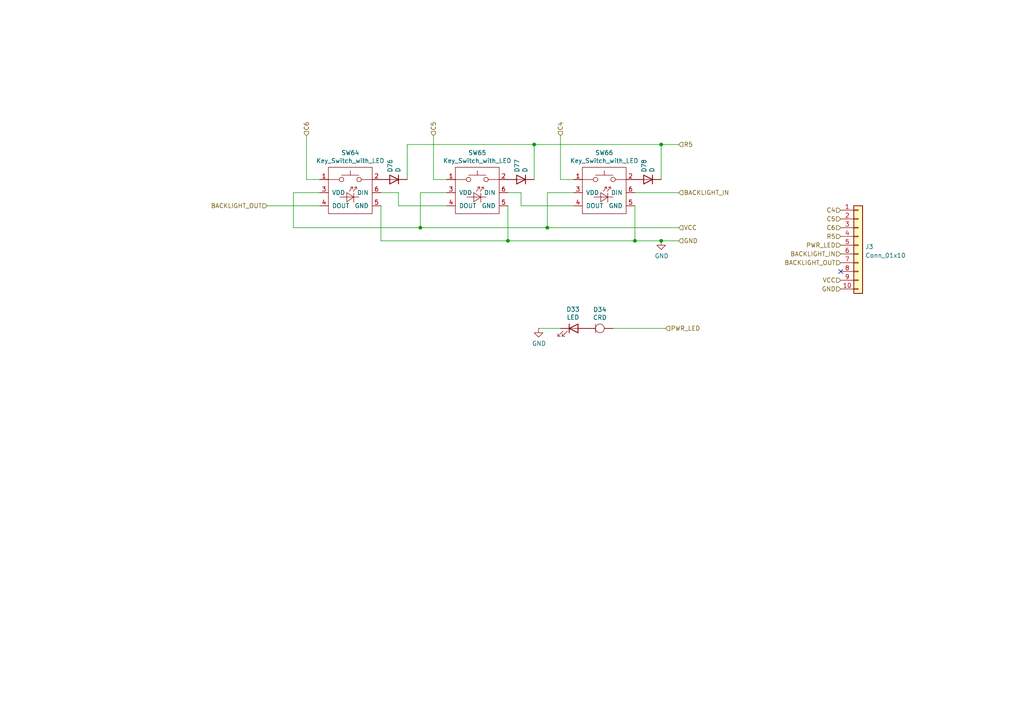
<source format=kicad_sch>
(kicad_sch (version 20211123) (generator eeschema)
  (paper "A4")
  (lib_symbols
    (symbol "Connector_Generic:Conn_01x10" (pin_names (offset 1.016) hide)
      (property "Reference" "J" (at 0 12.7 0))
      (property "Value" "Conn_01x10" (at 0 -15.24 0))
      (symbol "Conn_01x10_1_1"
        (rectangle (start -1.27 -12.573) (end 0 -12.827) (stroke (width 0.1524)))
        (rectangle (start -1.27 -10.033) (end 0 -10.287) (stroke (width 0.1524)))
        (rectangle (start -1.27 -7.493) (end 0 -7.747) (stroke (width 0.1524)))
        (rectangle (start -1.27 -4.953) (end 0 -5.207) (stroke (width 0.1524)))
        (rectangle (start -1.27 -2.413) (end 0 -2.667) (stroke (width 0.1524)))
        (rectangle (start -1.27 0.127) (end 0 -0.127) (stroke (width 0.1524)))
        (rectangle (start -1.27 2.667) (end 0 2.413) (stroke (width 0.1524)))
        (rectangle (start -1.27 5.207) (end 0 4.953) (stroke (width 0.1524)))
        (rectangle (start -1.27 7.747) (end 0 7.493) (stroke (width 0.1524)))
        (rectangle (start -1.27 10.287) (end 0 10.033) (stroke (width 0.1524)))
        (rectangle (start -1.27 11.43) (end 1.27 -13.97) (stroke (width 0.254)) (fill (type background)))
        (pin passive line (at -5.08 10.16 0) (length 3.81) (name "Pin_1") (number "1"))
        (pin passive line (at -5.08 -12.7 0) (length 3.81) (name "Pin_10") (number "10"))
        (pin passive line (at -5.08 7.62 0) (length 3.81) (name "Pin_2") (number "2"))
        (pin passive line (at -5.08 5.08 0) (length 3.81) (name "Pin_3") (number "3"))
        (pin passive line (at -5.08 2.54 0) (length 3.81) (name "Pin_4") (number "4"))
        (pin passive line (at -5.08 0 0) (length 3.81) (name "Pin_5") (number "5"))
        (pin passive line (at -5.08 -2.54 0) (length 3.81) (name "Pin_6") (number "6"))
        (pin passive line (at -5.08 -5.08 0) (length 3.81) (name "Pin_7") (number "7"))
        (pin passive line (at -5.08 -7.62 0) (length 3.81) (name "Pin_8") (number "8"))
        (pin passive line (at -5.08 -10.16 0) (length 3.81) (name "Pin_9") (number "9"))
      )
    )
    (symbol "Device:D" (pin_numbers hide) (pin_names (offset 1.016) hide)
      (property "Reference" "D" (at 0 2.54 0))
      (property "Value" "D" (at 0 -2.54 0))
      (symbol "D_0_1"
        (polyline (pts (xy -1.27 1.27) (xy -1.27 -1.27)) (stroke (width 0.254)))
        (polyline (pts (xy 1.27 0) (xy -1.27 0)))
        (polyline (pts (xy 1.27 1.27) (xy 1.27 -1.27) (xy -1.27 0) (xy 1.27 1.27)) (stroke (width 0.254)))
      )
      (symbol "D_1_1"
        (pin passive line (at -3.81 0 0) (length 2.54) (name "K") (number "1"))
        (pin passive line (at 3.81 0 180) (length 2.54) (name "A") (number "2"))
      )
    )
    (symbol "Device:LED" (pin_numbers hide) (pin_names (offset 1.016) hide)
      (property "Reference" "D" (at 0 2.54 0))
      (property "Value" "LED" (at 0 -2.54 0))
      (symbol "LED_0_1"
        (polyline (pts (xy -1.27 -1.27) (xy -1.27 1.27)) (stroke (width 0.254)))
        (polyline (pts (xy -1.27 0) (xy 1.27 0)))
        (polyline (pts (xy 1.27 -1.27) (xy 1.27 1.27) (xy -1.27 0) (xy 1.27 -1.27)) (stroke (width 0.254)))
        (polyline (pts (xy -3.048 -0.762) (xy -4.572 -2.286) (xy -3.81 -2.286) (xy -4.572 -2.286) (xy -4.572 -1.524)))
        (polyline (pts (xy -1.778 -0.762) (xy -3.302 -2.286) (xy -2.54 -2.286) (xy -3.302 -2.286) (xy -3.302 -1.524)))
      )
      (symbol "LED_1_1"
        (pin passive line (at -3.81 0 0) (length 2.54) (name "K") (number "1"))
        (pin passive line (at 3.81 0 180) (length 2.54) (name "A") (number "2"))
      )
    )
    (symbol "keyboard:CRD" (pin_names (offset 1.016))
      (property "Reference" "D" (at 0 5.08 0))
      (property "Value" "CRD" (at 0 2.54 0))
      (symbol "CRD_0_1"
        (polyline (pts (xy 1.27 1.27) (xy 1.27 -1.27)))
        (circle (center 0 0) (radius 1.27))
      )
      (symbol "CRD_1_1"
        (pin passive line (at 3.81 0 180) (length 2.54) (name "K") (number "1"))
        (pin passive line (at -3.81 0 0) (length 2.54) (name "A") (number "2"))
      )
    )
    (symbol "keyboard:Key_Switch_with_LED" (pin_names (offset 1.016))
      (property "Reference" "SW" (at 0 -11.557 0))
      (property "Value" "Key_Switch_with_LED" (at 0 5.08 0))
      (symbol "Key_Switch_with_LED_0_1"
        (rectangle (start -6.35 3.556) (end 6.35 -9.906))
        (circle (center -2.54 0) (radius 0.635))
        (polyline (pts (xy -6.35 0) (xy -3.175 0)))
        (polyline (pts (xy -2.54 1.27) (xy 2.54 1.27)))
        (polyline (pts (xy -0.254 -3.429) (xy 0.635 -2.159)))
        (polyline (pts (xy 0 -2.286) (xy 0.635 -2.159)))
        (polyline (pts (xy 0 2.54) (xy 0 1.27)))
        (polyline (pts (xy 0.635 -2.159) (xy 0.762 -2.794)))
        (polyline (pts (xy 1.016 -3.937) (xy 1.016 -6.604)))
        (polyline (pts (xy 2.54 -5.08) (xy -3.048 -5.08)))
        (polyline (pts (xy 6.35 0) (xy 3.175 0)))
        (polyline (pts (xy -1.016 -3.81) (xy -1.016 -6.477) (xy 1.016 -5.08) (xy -1.016 -3.81)))
        (circle (center 2.54 0) (radius 0.635))
      )
      (symbol "Key_Switch_with_LED_1_1"
        (polyline (pts (xy 0.889 -3.429) (xy 1.778 -2.159)))
        (polyline (pts (xy 1.143 -2.286) (xy 1.778 -2.159)))
        (polyline (pts (xy 1.778 -2.159) (xy 1.905 -2.794)))
        (pin bidirectional line (at -8.89 0 0) (length 2.54) (name "~") (number "1"))
        (pin bidirectional line (at 8.89 0 180) (length 2.54) (name "~") (number "2"))
        (pin power_in line (at -8.89 -3.81 0) (length 2.54) (name "VDD") (number "3"))
        (pin output line (at -8.89 -7.62 0) (length 2.54) (name "DOUT") (number "4"))
        (pin power_in line (at 8.89 -7.62 180) (length 2.54) (name "GND") (number "5"))
        (pin input line (at 8.89 -3.81 180) (length 2.54) (name "DIN") (number "6"))
      )
    )
    (symbol "power:GND" (power) (pin_names (offset 0))
      (property "Value" "GND" (at 0 -3.81 0))
      (symbol "GND_0_1"
        (polyline (pts (xy 0 0) (xy 0 -1.27) (xy 1.27 -1.27) (xy 0 -2.54) (xy -1.27 -1.27) (xy 0 -1.27)))
      )
      (symbol "GND_1_1"
        (pin power_in line (at 0 0 270) (length 0) hide (name "GND") (number "1"))
      )
    )
  )
  (junction (at 147.32 69.85))
  (junction (at 191.77 41.91))
  (junction (at 184.15 69.85))
  (junction (at 154.94 41.91))
  (junction (at 191.77 69.85))
  (junction (at 121.92 66.04))
  (junction (at 158.75 66.04))
  (no_connect (at 243.84 78.74))
  (wire (pts (xy 121.92 55.88) (xy 121.92 66.04)))
  (wire (pts (xy 147.32 69.85) (xy 184.15 69.85)))
  (wire (pts (xy 154.94 52.07) (xy 154.94 41.91)))
  (wire (pts (xy 162.56 39.37) (xy 162.56 52.07)))
  (wire (pts (xy 121.92 66.04) (xy 158.75 66.04)))
  (wire (pts (xy 147.32 55.88) (xy 151.13 55.88)))
  (wire (pts (xy 110.49 55.88) (xy 115.57 55.88)))
  (wire (pts (xy 110.49 59.69) (xy 110.49 69.85)))
  (wire (pts (xy 184.15 59.69) (xy 184.15 69.85)))
  (wire (pts (xy 158.75 55.88) (xy 158.75 66.04)))
  (wire (pts (xy 191.77 52.07) (xy 191.77 41.91)))
  (wire (pts (xy 77.47 59.69) (xy 92.71 59.69)))
  (wire (pts (xy 184.15 69.85) (xy 191.77 69.85)))
  (wire (pts (xy 158.75 66.04) (xy 196.85 66.04)))
  (wire (pts (xy 110.49 69.85) (xy 147.32 69.85)))
  (wire (pts (xy 92.71 55.88) (xy 85.09 55.88)))
  (wire (pts (xy 88.9 39.37) (xy 88.9 52.07)))
  (wire (pts (xy 115.57 55.88) (xy 115.57 59.69)))
  (wire (pts (xy 151.13 59.69) (xy 166.37 59.69)))
  (wire (pts (xy 85.09 66.04) (xy 121.92 66.04)))
  (wire (pts (xy 85.09 55.88) (xy 85.09 66.04)))
  (wire (pts (xy 151.13 55.88) (xy 151.13 59.69)))
  (wire (pts (xy 184.15 55.88) (xy 196.85 55.88)))
  (wire (pts (xy 129.54 55.88) (xy 121.92 55.88)))
  (wire (pts (xy 191.77 41.91) (xy 196.85 41.91)))
  (wire (pts (xy 177.8 95.25) (xy 193.04 95.25)))
  (wire (pts (xy 162.56 95.25) (xy 156.21 95.25)))
  (wire (pts (xy 166.37 55.88) (xy 158.75 55.88)))
  (wire (pts (xy 88.9 52.07) (xy 92.71 52.07)))
  (wire (pts (xy 162.56 52.07) (xy 166.37 52.07)))
  (wire (pts (xy 147.32 59.69) (xy 147.32 69.85)))
  (wire (pts (xy 125.73 39.37) (xy 125.73 52.07)))
  (wire (pts (xy 118.11 52.07) (xy 118.11 41.91)))
  (wire (pts (xy 154.94 41.91) (xy 191.77 41.91)))
  (wire (pts (xy 118.11 41.91) (xy 154.94 41.91)))
  (wire (pts (xy 191.77 69.85) (xy 196.85 69.85)))
  (wire (pts (xy 125.73 52.07) (xy 129.54 52.07)))
  (wire (pts (xy 115.57 59.69) (xy 129.54 59.69)))
  (hierarchical_label "PWR_LED" (shape input) (at 243.84 71.12 180))
  (hierarchical_label "C4" (shape input) (at 162.56 39.37 90))
  (hierarchical_label "R5" (shape input) (at 196.85 41.91 0))
  (hierarchical_label "VCC" (shape input) (at 196.85 66.04 0))
  (hierarchical_label "C6" (shape input) (at 243.84 66.04 180))
  (hierarchical_label "BACKLIGHT_IN" (shape input) (at 196.85 55.88 0))
  (hierarchical_label "C5" (shape input) (at 243.84 63.5 180))
  (hierarchical_label "BACKLIGHT_OUT" (shape input) (at 77.47 59.69 180))
  (hierarchical_label "C5" (shape input) (at 125.73 39.37 90))
  (hierarchical_label "BACKLIGHT_IN" (shape input) (at 243.84 73.66 180))
  (hierarchical_label "GND" (shape input) (at 243.84 83.82 180))
  (hierarchical_label "R5" (shape input) (at 243.84 68.58 180))
  (hierarchical_label "VCC" (shape input) (at 243.84 81.28 180))
  (hierarchical_label "C4" (shape input) (at 243.84 60.96 180))
  (hierarchical_label "GND" (shape input) (at 196.85 69.85 0))
  (hierarchical_label "BACKLIGHT_OUT" (shape input) (at 243.84 76.2 180))
  (hierarchical_label "C6" (shape input) (at 88.9 39.37 90))
  (hierarchical_label "PWR_LED" (shape input) (at 193.04 95.25 0))
  (symbol (lib_id "Device:D") (at 187.96 52.07 180) (unit 1)
    (property "Reference" "D78" (at 186.7916 50.038 90) (effects (justify right)))
    (property "Value" "D" (at 189.103 50.038 90) (effects (justify right)))
    (property "Footprint" "keyboard:Diode" (effects hide))
  )
  (symbol (lib_id "keyboard:Key_Switch_with_LED") (at 175.26 52.07 0) (unit 1)
    (property "Reference" "SW66" (at 175.26 44.323 0))
    (property "Value" "Key_Switch_with_LED" (at 175.26 46.6344 0))
    (property "Footprint" "keyboard:MX_Socket_LED" (effects hide))
  )
  (symbol (lib_id "Device:D") (at 114.3 52.07 180) (unit 1)
    (property "Reference" "D76" (at 113.1316 50.038 90) (effects (justify right)))
    (property "Value" "D" (at 115.443 50.038 90) (effects (justify right)))
    (property "Footprint" "keyboard:Diode" (effects hide))
  )
  (symbol (lib_id "keyboard:Key_Switch_with_LED") (at 101.6 52.07 0) (unit 1)
    (property "Reference" "SW64" (at 101.6 44.323 0))
    (property "Value" "Key_Switch_with_LED" (at 101.6 46.6344 0))
    (property "Footprint" "keyboard:MX_Socket_LED" (effects hide))
  )
  (symbol (lib_id "Device:D") (at 151.13 52.07 180) (unit 1)
    (property "Reference" "D77" (at 149.9616 50.038 90) (effects (justify right)))
    (property "Value" "D" (at 152.273 50.038 90) (effects (justify right)))
    (property "Footprint" "keyboard:Diode" (effects hide))
  )
  (symbol (lib_id "keyboard:Key_Switch_with_LED") (at 138.43 52.07 0) (unit 1)
    (property "Reference" "SW65" (at 138.43 44.323 0))
    (property "Value" "Key_Switch_with_LED" (at 138.43 46.6344 0))
    (property "Footprint" "keyboard:MX_Socket_LED" (effects hide))
  )
  (symbol (lib_id "power:GND") (at 191.77 69.85 0) (unit 1)
    (property "Reference" "#PWR0103" (effects hide))
    (property "Value" "GND" (at 191.897 74.2442 0))
  )
  (symbol (lib_id "keyboard:CRD") (at 173.99 95.25 180) (unit 1)
    (property "Reference" "D34" (at 173.99 89.789 0))
    (property "Value" "CRD" (at 173.99 92.1004 0))
    (property "Footprint" "keyboard:CRD" (effects hide))
  )
  (symbol (lib_id "Connector_Generic:Conn_01x10") (at 248.92 71.12 0) (unit 1)
    (property "Reference" "J3" (at 250.952 71.5553 0) (effects (justify left)))
    (property "Value" "Conn_01x10" (at 250.952 74.0922 0) (effects (justify left)))
    (property "Footprint" "Connector_JST:JST_PH_S10B-PH-K_1x10_P2.00mm_Horizontal" (effects hide))
  )
  (symbol (lib_id "Device:LED") (at 166.37 95.25 0) (unit 1)
    (property "Reference" "D33" (at 166.1922 89.7382 0))
    (property "Value" "LED" (at 166.1922 92.0496 0))
    (property "Footprint" "LED_THT:LED_D3.0mm" (effects hide))
  )
  (symbol (lib_id "power:GND") (at 156.21 95.25 0) (unit 1)
    (property "Reference" "#PWR0104" (effects hide))
    (property "Value" "GND" (at 156.337 99.6442 0))
  )
)
</source>
